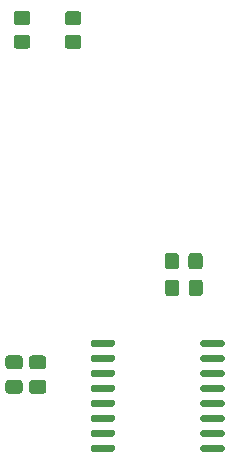
<source format=gbr>
%TF.GenerationSoftware,KiCad,Pcbnew,(5.1.10)-1*%
%TF.CreationDate,2022-02-24T16:30:35+08:00*%
%TF.ProjectId,hat,6861742e-6b69-4636-9164-5f7063625858,rev?*%
%TF.SameCoordinates,Original*%
%TF.FileFunction,Paste,Bot*%
%TF.FilePolarity,Positive*%
%FSLAX46Y46*%
G04 Gerber Fmt 4.6, Leading zero omitted, Abs format (unit mm)*
G04 Created by KiCad (PCBNEW (5.1.10)-1) date 2022-02-24 16:30:35*
%MOMM*%
%LPD*%
G01*
G04 APERTURE LIST*
G04 APERTURE END LIST*
%TO.C,U6*%
G36*
G01*
X171575000Y-110300000D02*
X171575000Y-110000000D01*
G75*
G02*
X171725000Y-109850000I150000J0D01*
G01*
X173475000Y-109850000D01*
G75*
G02*
X173625000Y-110000000I0J-150000D01*
G01*
X173625000Y-110300000D01*
G75*
G02*
X173475000Y-110450000I-150000J0D01*
G01*
X171725000Y-110450000D01*
G75*
G02*
X171575000Y-110300000I0J150000D01*
G01*
G37*
G36*
G01*
X171575000Y-109030000D02*
X171575000Y-108730000D01*
G75*
G02*
X171725000Y-108580000I150000J0D01*
G01*
X173475000Y-108580000D01*
G75*
G02*
X173625000Y-108730000I0J-150000D01*
G01*
X173625000Y-109030000D01*
G75*
G02*
X173475000Y-109180000I-150000J0D01*
G01*
X171725000Y-109180000D01*
G75*
G02*
X171575000Y-109030000I0J150000D01*
G01*
G37*
G36*
G01*
X171575000Y-107760000D02*
X171575000Y-107460000D01*
G75*
G02*
X171725000Y-107310000I150000J0D01*
G01*
X173475000Y-107310000D01*
G75*
G02*
X173625000Y-107460000I0J-150000D01*
G01*
X173625000Y-107760000D01*
G75*
G02*
X173475000Y-107910000I-150000J0D01*
G01*
X171725000Y-107910000D01*
G75*
G02*
X171575000Y-107760000I0J150000D01*
G01*
G37*
G36*
G01*
X171575000Y-106490000D02*
X171575000Y-106190000D01*
G75*
G02*
X171725000Y-106040000I150000J0D01*
G01*
X173475000Y-106040000D01*
G75*
G02*
X173625000Y-106190000I0J-150000D01*
G01*
X173625000Y-106490000D01*
G75*
G02*
X173475000Y-106640000I-150000J0D01*
G01*
X171725000Y-106640000D01*
G75*
G02*
X171575000Y-106490000I0J150000D01*
G01*
G37*
G36*
G01*
X171575000Y-105220000D02*
X171575000Y-104920000D01*
G75*
G02*
X171725000Y-104770000I150000J0D01*
G01*
X173475000Y-104770000D01*
G75*
G02*
X173625000Y-104920000I0J-150000D01*
G01*
X173625000Y-105220000D01*
G75*
G02*
X173475000Y-105370000I-150000J0D01*
G01*
X171725000Y-105370000D01*
G75*
G02*
X171575000Y-105220000I0J150000D01*
G01*
G37*
G36*
G01*
X171575000Y-103950000D02*
X171575000Y-103650000D01*
G75*
G02*
X171725000Y-103500000I150000J0D01*
G01*
X173475000Y-103500000D01*
G75*
G02*
X173625000Y-103650000I0J-150000D01*
G01*
X173625000Y-103950000D01*
G75*
G02*
X173475000Y-104100000I-150000J0D01*
G01*
X171725000Y-104100000D01*
G75*
G02*
X171575000Y-103950000I0J150000D01*
G01*
G37*
G36*
G01*
X171575000Y-102680000D02*
X171575000Y-102380000D01*
G75*
G02*
X171725000Y-102230000I150000J0D01*
G01*
X173475000Y-102230000D01*
G75*
G02*
X173625000Y-102380000I0J-150000D01*
G01*
X173625000Y-102680000D01*
G75*
G02*
X173475000Y-102830000I-150000J0D01*
G01*
X171725000Y-102830000D01*
G75*
G02*
X171575000Y-102680000I0J150000D01*
G01*
G37*
G36*
G01*
X171575000Y-101410000D02*
X171575000Y-101110000D01*
G75*
G02*
X171725000Y-100960000I150000J0D01*
G01*
X173475000Y-100960000D01*
G75*
G02*
X173625000Y-101110000I0J-150000D01*
G01*
X173625000Y-101410000D01*
G75*
G02*
X173475000Y-101560000I-150000J0D01*
G01*
X171725000Y-101560000D01*
G75*
G02*
X171575000Y-101410000I0J150000D01*
G01*
G37*
G36*
G01*
X162275000Y-101410000D02*
X162275000Y-101110000D01*
G75*
G02*
X162425000Y-100960000I150000J0D01*
G01*
X164175000Y-100960000D01*
G75*
G02*
X164325000Y-101110000I0J-150000D01*
G01*
X164325000Y-101410000D01*
G75*
G02*
X164175000Y-101560000I-150000J0D01*
G01*
X162425000Y-101560000D01*
G75*
G02*
X162275000Y-101410000I0J150000D01*
G01*
G37*
G36*
G01*
X162275000Y-102680000D02*
X162275000Y-102380000D01*
G75*
G02*
X162425000Y-102230000I150000J0D01*
G01*
X164175000Y-102230000D01*
G75*
G02*
X164325000Y-102380000I0J-150000D01*
G01*
X164325000Y-102680000D01*
G75*
G02*
X164175000Y-102830000I-150000J0D01*
G01*
X162425000Y-102830000D01*
G75*
G02*
X162275000Y-102680000I0J150000D01*
G01*
G37*
G36*
G01*
X162275000Y-103950000D02*
X162275000Y-103650000D01*
G75*
G02*
X162425000Y-103500000I150000J0D01*
G01*
X164175000Y-103500000D01*
G75*
G02*
X164325000Y-103650000I0J-150000D01*
G01*
X164325000Y-103950000D01*
G75*
G02*
X164175000Y-104100000I-150000J0D01*
G01*
X162425000Y-104100000D01*
G75*
G02*
X162275000Y-103950000I0J150000D01*
G01*
G37*
G36*
G01*
X162275000Y-105220000D02*
X162275000Y-104920000D01*
G75*
G02*
X162425000Y-104770000I150000J0D01*
G01*
X164175000Y-104770000D01*
G75*
G02*
X164325000Y-104920000I0J-150000D01*
G01*
X164325000Y-105220000D01*
G75*
G02*
X164175000Y-105370000I-150000J0D01*
G01*
X162425000Y-105370000D01*
G75*
G02*
X162275000Y-105220000I0J150000D01*
G01*
G37*
G36*
G01*
X162275000Y-106490000D02*
X162275000Y-106190000D01*
G75*
G02*
X162425000Y-106040000I150000J0D01*
G01*
X164175000Y-106040000D01*
G75*
G02*
X164325000Y-106190000I0J-150000D01*
G01*
X164325000Y-106490000D01*
G75*
G02*
X164175000Y-106640000I-150000J0D01*
G01*
X162425000Y-106640000D01*
G75*
G02*
X162275000Y-106490000I0J150000D01*
G01*
G37*
G36*
G01*
X162275000Y-107760000D02*
X162275000Y-107460000D01*
G75*
G02*
X162425000Y-107310000I150000J0D01*
G01*
X164175000Y-107310000D01*
G75*
G02*
X164325000Y-107460000I0J-150000D01*
G01*
X164325000Y-107760000D01*
G75*
G02*
X164175000Y-107910000I-150000J0D01*
G01*
X162425000Y-107910000D01*
G75*
G02*
X162275000Y-107760000I0J150000D01*
G01*
G37*
G36*
G01*
X162275000Y-109030000D02*
X162275000Y-108730000D01*
G75*
G02*
X162425000Y-108580000I150000J0D01*
G01*
X164175000Y-108580000D01*
G75*
G02*
X164325000Y-108730000I0J-150000D01*
G01*
X164325000Y-109030000D01*
G75*
G02*
X164175000Y-109180000I-150000J0D01*
G01*
X162425000Y-109180000D01*
G75*
G02*
X162275000Y-109030000I0J150000D01*
G01*
G37*
G36*
G01*
X162275000Y-110300000D02*
X162275000Y-110000000D01*
G75*
G02*
X162425000Y-109850000I150000J0D01*
G01*
X164175000Y-109850000D01*
G75*
G02*
X164325000Y-110000000I0J-150000D01*
G01*
X164325000Y-110300000D01*
G75*
G02*
X164175000Y-110450000I-150000J0D01*
G01*
X162425000Y-110450000D01*
G75*
G02*
X162275000Y-110300000I0J150000D01*
G01*
G37*
%TD*%
%TO.C,C7*%
G36*
G01*
X158275000Y-103450000D02*
X157325000Y-103450000D01*
G75*
G02*
X157075000Y-103200000I0J250000D01*
G01*
X157075000Y-102525000D01*
G75*
G02*
X157325000Y-102275000I250000J0D01*
G01*
X158275000Y-102275000D01*
G75*
G02*
X158525000Y-102525000I0J-250000D01*
G01*
X158525000Y-103200000D01*
G75*
G02*
X158275000Y-103450000I-250000J0D01*
G01*
G37*
G36*
G01*
X158275000Y-105525000D02*
X157325000Y-105525000D01*
G75*
G02*
X157075000Y-105275000I0J250000D01*
G01*
X157075000Y-104600000D01*
G75*
G02*
X157325000Y-104350000I250000J0D01*
G01*
X158275000Y-104350000D01*
G75*
G02*
X158525000Y-104600000I0J-250000D01*
G01*
X158525000Y-105275000D01*
G75*
G02*
X158275000Y-105525000I-250000J0D01*
G01*
G37*
%TD*%
%TO.C,C6*%
G36*
G01*
X156275000Y-103450000D02*
X155325000Y-103450000D01*
G75*
G02*
X155075000Y-103200000I0J250000D01*
G01*
X155075000Y-102525000D01*
G75*
G02*
X155325000Y-102275000I250000J0D01*
G01*
X156275000Y-102275000D01*
G75*
G02*
X156525000Y-102525000I0J-250000D01*
G01*
X156525000Y-103200000D01*
G75*
G02*
X156275000Y-103450000I-250000J0D01*
G01*
G37*
G36*
G01*
X156275000Y-105525000D02*
X155325000Y-105525000D01*
G75*
G02*
X155075000Y-105275000I0J250000D01*
G01*
X155075000Y-104600000D01*
G75*
G02*
X155325000Y-104350000I250000J0D01*
G01*
X156275000Y-104350000D01*
G75*
G02*
X156525000Y-104600000I0J-250000D01*
G01*
X156525000Y-105275000D01*
G75*
G02*
X156275000Y-105525000I-250000J0D01*
G01*
G37*
%TD*%
%TO.C,R10*%
G36*
G01*
X160349999Y-75130000D02*
X161250001Y-75130000D01*
G75*
G02*
X161500000Y-75379999I0J-249999D01*
G01*
X161500000Y-76080001D01*
G75*
G02*
X161250001Y-76330000I-249999J0D01*
G01*
X160349999Y-76330000D01*
G75*
G02*
X160100000Y-76080001I0J249999D01*
G01*
X160100000Y-75379999D01*
G75*
G02*
X160349999Y-75130000I249999J0D01*
G01*
G37*
G36*
G01*
X160349999Y-73130000D02*
X161250001Y-73130000D01*
G75*
G02*
X161500000Y-73379999I0J-249999D01*
G01*
X161500000Y-74080001D01*
G75*
G02*
X161250001Y-74330000I-249999J0D01*
G01*
X160349999Y-74330000D01*
G75*
G02*
X160100000Y-74080001I0J249999D01*
G01*
X160100000Y-73379999D01*
G75*
G02*
X160349999Y-73130000I249999J0D01*
G01*
G37*
%TD*%
%TO.C,R9*%
G36*
G01*
X156920001Y-74310000D02*
X156019999Y-74310000D01*
G75*
G02*
X155770000Y-74060001I0J249999D01*
G01*
X155770000Y-73359999D01*
G75*
G02*
X156019999Y-73110000I249999J0D01*
G01*
X156920001Y-73110000D01*
G75*
G02*
X157170000Y-73359999I0J-249999D01*
G01*
X157170000Y-74060001D01*
G75*
G02*
X156920001Y-74310000I-249999J0D01*
G01*
G37*
G36*
G01*
X156920001Y-76310000D02*
X156019999Y-76310000D01*
G75*
G02*
X155770000Y-76060001I0J249999D01*
G01*
X155770000Y-75359999D01*
G75*
G02*
X156019999Y-75110000I249999J0D01*
G01*
X156920001Y-75110000D01*
G75*
G02*
X157170000Y-75359999I0J-249999D01*
G01*
X157170000Y-76060001D01*
G75*
G02*
X156920001Y-76310000I-249999J0D01*
G01*
G37*
%TD*%
%TO.C,R8*%
G36*
G01*
X170560000Y-94750001D02*
X170560000Y-93849999D01*
G75*
G02*
X170809999Y-93600000I249999J0D01*
G01*
X171510001Y-93600000D01*
G75*
G02*
X171760000Y-93849999I0J-249999D01*
G01*
X171760000Y-94750001D01*
G75*
G02*
X171510001Y-95000000I-249999J0D01*
G01*
X170809999Y-95000000D01*
G75*
G02*
X170560000Y-94750001I0J249999D01*
G01*
G37*
G36*
G01*
X168560000Y-94750001D02*
X168560000Y-93849999D01*
G75*
G02*
X168809999Y-93600000I249999J0D01*
G01*
X169510001Y-93600000D01*
G75*
G02*
X169760000Y-93849999I0J-249999D01*
G01*
X169760000Y-94750001D01*
G75*
G02*
X169510001Y-95000000I-249999J0D01*
G01*
X168809999Y-95000000D01*
G75*
G02*
X168560000Y-94750001I0J249999D01*
G01*
G37*
%TD*%
%TO.C,R7*%
G36*
G01*
X170580000Y-97010001D02*
X170580000Y-96109999D01*
G75*
G02*
X170829999Y-95860000I249999J0D01*
G01*
X171530001Y-95860000D01*
G75*
G02*
X171780000Y-96109999I0J-249999D01*
G01*
X171780000Y-97010001D01*
G75*
G02*
X171530001Y-97260000I-249999J0D01*
G01*
X170829999Y-97260000D01*
G75*
G02*
X170580000Y-97010001I0J249999D01*
G01*
G37*
G36*
G01*
X168580000Y-97010001D02*
X168580000Y-96109999D01*
G75*
G02*
X168829999Y-95860000I249999J0D01*
G01*
X169530001Y-95860000D01*
G75*
G02*
X169780000Y-96109999I0J-249999D01*
G01*
X169780000Y-97010001D01*
G75*
G02*
X169530001Y-97260000I-249999J0D01*
G01*
X168829999Y-97260000D01*
G75*
G02*
X168580000Y-97010001I0J249999D01*
G01*
G37*
%TD*%
M02*

</source>
